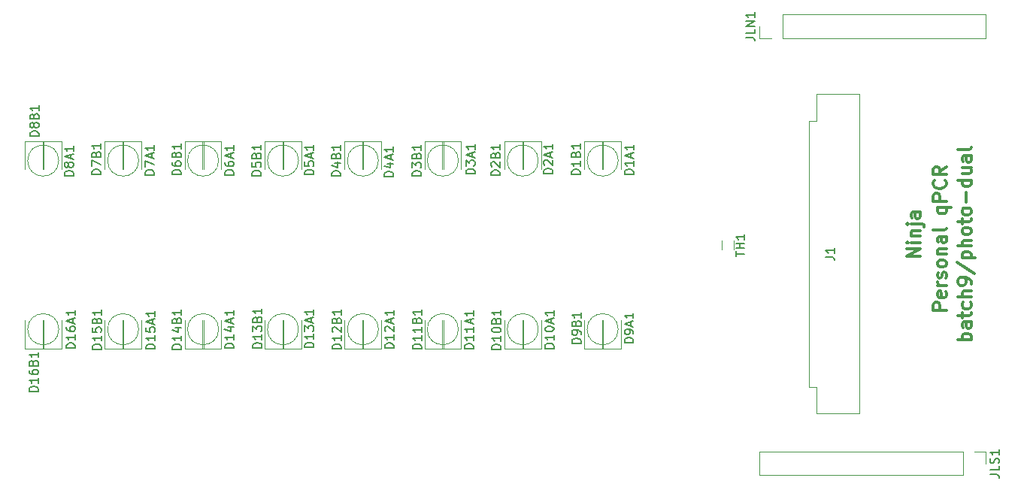
<source format=gto>
G04 #@! TF.GenerationSoftware,KiCad,Pcbnew,(5.1.6-0-10_14)*
G04 #@! TF.CreationDate,2021-08-31T11:53:33+09:00*
G04 #@! TF.ProjectId,photo-dual,70686f74-6f2d-4647-9561-6c2e6b696361,rev?*
G04 #@! TF.SameCoordinates,Original*
G04 #@! TF.FileFunction,Legend,Top*
G04 #@! TF.FilePolarity,Positive*
%FSLAX46Y46*%
G04 Gerber Fmt 4.6, Leading zero omitted, Abs format (unit mm)*
G04 Created by KiCad (PCBNEW (5.1.6-0-10_14)) date 2021-08-31 11:53:33*
%MOMM*%
%LPD*%
G01*
G04 APERTURE LIST*
%ADD10C,0.300000*%
%ADD11C,0.100000*%
%ADD12C,0.120000*%
%ADD13C,0.150000*%
G04 APERTURE END LIST*
D10*
X203408571Y-110690000D02*
X201908571Y-110690000D01*
X202480000Y-110690000D02*
X202408571Y-110547142D01*
X202408571Y-110261428D01*
X202480000Y-110118571D01*
X202551428Y-110047142D01*
X202694285Y-109975714D01*
X203122857Y-109975714D01*
X203265714Y-110047142D01*
X203337142Y-110118571D01*
X203408571Y-110261428D01*
X203408571Y-110547142D01*
X203337142Y-110690000D01*
X203408571Y-108690000D02*
X202622857Y-108690000D01*
X202480000Y-108761428D01*
X202408571Y-108904285D01*
X202408571Y-109190000D01*
X202480000Y-109332857D01*
X203337142Y-108690000D02*
X203408571Y-108832857D01*
X203408571Y-109190000D01*
X203337142Y-109332857D01*
X203194285Y-109404285D01*
X203051428Y-109404285D01*
X202908571Y-109332857D01*
X202837142Y-109190000D01*
X202837142Y-108832857D01*
X202765714Y-108690000D01*
X202408571Y-108190000D02*
X202408571Y-107618571D01*
X201908571Y-107975714D02*
X203194285Y-107975714D01*
X203337142Y-107904285D01*
X203408571Y-107761428D01*
X203408571Y-107618571D01*
X203337142Y-106475714D02*
X203408571Y-106618571D01*
X203408571Y-106904285D01*
X203337142Y-107047142D01*
X203265714Y-107118571D01*
X203122857Y-107190000D01*
X202694285Y-107190000D01*
X202551428Y-107118571D01*
X202480000Y-107047142D01*
X202408571Y-106904285D01*
X202408571Y-106618571D01*
X202480000Y-106475714D01*
X203408571Y-105832857D02*
X201908571Y-105832857D01*
X203408571Y-105190000D02*
X202622857Y-105190000D01*
X202480000Y-105261428D01*
X202408571Y-105404285D01*
X202408571Y-105618571D01*
X202480000Y-105761428D01*
X202551428Y-105832857D01*
X203408571Y-104404285D02*
X203408571Y-104118571D01*
X203337142Y-103975714D01*
X203265714Y-103904285D01*
X203051428Y-103761428D01*
X202765714Y-103690000D01*
X202194285Y-103690000D01*
X202051428Y-103761428D01*
X201980000Y-103832857D01*
X201908571Y-103975714D01*
X201908571Y-104261428D01*
X201980000Y-104404285D01*
X202051428Y-104475714D01*
X202194285Y-104547142D01*
X202551428Y-104547142D01*
X202694285Y-104475714D01*
X202765714Y-104404285D01*
X202837142Y-104261428D01*
X202837142Y-103975714D01*
X202765714Y-103832857D01*
X202694285Y-103761428D01*
X202551428Y-103690000D01*
X201837142Y-101975714D02*
X203765714Y-103261428D01*
X202408571Y-101475714D02*
X203908571Y-101475714D01*
X202480000Y-101475714D02*
X202408571Y-101332857D01*
X202408571Y-101047142D01*
X202480000Y-100904285D01*
X202551428Y-100832857D01*
X202694285Y-100761428D01*
X203122857Y-100761428D01*
X203265714Y-100832857D01*
X203337142Y-100904285D01*
X203408571Y-101047142D01*
X203408571Y-101332857D01*
X203337142Y-101475714D01*
X203408571Y-100118571D02*
X201908571Y-100118571D01*
X203408571Y-99475714D02*
X202622857Y-99475714D01*
X202480000Y-99547142D01*
X202408571Y-99690000D01*
X202408571Y-99904285D01*
X202480000Y-100047142D01*
X202551428Y-100118571D01*
X203408571Y-98547142D02*
X203337142Y-98690000D01*
X203265714Y-98761428D01*
X203122857Y-98832857D01*
X202694285Y-98832857D01*
X202551428Y-98761428D01*
X202480000Y-98690000D01*
X202408571Y-98547142D01*
X202408571Y-98332857D01*
X202480000Y-98190000D01*
X202551428Y-98118571D01*
X202694285Y-98047142D01*
X203122857Y-98047142D01*
X203265714Y-98118571D01*
X203337142Y-98190000D01*
X203408571Y-98332857D01*
X203408571Y-98547142D01*
X202408571Y-97618571D02*
X202408571Y-97047142D01*
X201908571Y-97404285D02*
X203194285Y-97404285D01*
X203337142Y-97332857D01*
X203408571Y-97190000D01*
X203408571Y-97047142D01*
X203408571Y-96332857D02*
X203337142Y-96475714D01*
X203265714Y-96547142D01*
X203122857Y-96618571D01*
X202694285Y-96618571D01*
X202551428Y-96547142D01*
X202480000Y-96475714D01*
X202408571Y-96332857D01*
X202408571Y-96118571D01*
X202480000Y-95975714D01*
X202551428Y-95904285D01*
X202694285Y-95832857D01*
X203122857Y-95832857D01*
X203265714Y-95904285D01*
X203337142Y-95975714D01*
X203408571Y-96118571D01*
X203408571Y-96332857D01*
X202837142Y-95190000D02*
X202837142Y-94047142D01*
X203408571Y-92690000D02*
X201908571Y-92690000D01*
X203337142Y-92690000D02*
X203408571Y-92832857D01*
X203408571Y-93118571D01*
X203337142Y-93261428D01*
X203265714Y-93332857D01*
X203122857Y-93404285D01*
X202694285Y-93404285D01*
X202551428Y-93332857D01*
X202480000Y-93261428D01*
X202408571Y-93118571D01*
X202408571Y-92832857D01*
X202480000Y-92690000D01*
X202408571Y-91332857D02*
X203408571Y-91332857D01*
X202408571Y-91975714D02*
X203194285Y-91975714D01*
X203337142Y-91904285D01*
X203408571Y-91761428D01*
X203408571Y-91547142D01*
X203337142Y-91404285D01*
X203265714Y-91332857D01*
X203408571Y-89975714D02*
X202622857Y-89975714D01*
X202480000Y-90047142D01*
X202408571Y-90190000D01*
X202408571Y-90475714D01*
X202480000Y-90618571D01*
X203337142Y-89975714D02*
X203408571Y-90118571D01*
X203408571Y-90475714D01*
X203337142Y-90618571D01*
X203194285Y-90690000D01*
X203051428Y-90690000D01*
X202908571Y-90618571D01*
X202837142Y-90475714D01*
X202837142Y-90118571D01*
X202765714Y-89975714D01*
X203408571Y-89047142D02*
X203337142Y-89190000D01*
X203194285Y-89261428D01*
X201908571Y-89261428D01*
X200618571Y-107345714D02*
X199118571Y-107345714D01*
X199118571Y-106774285D01*
X199190000Y-106631428D01*
X199261428Y-106560000D01*
X199404285Y-106488571D01*
X199618571Y-106488571D01*
X199761428Y-106560000D01*
X199832857Y-106631428D01*
X199904285Y-106774285D01*
X199904285Y-107345714D01*
X200547142Y-105274285D02*
X200618571Y-105417142D01*
X200618571Y-105702857D01*
X200547142Y-105845714D01*
X200404285Y-105917142D01*
X199832857Y-105917142D01*
X199690000Y-105845714D01*
X199618571Y-105702857D01*
X199618571Y-105417142D01*
X199690000Y-105274285D01*
X199832857Y-105202857D01*
X199975714Y-105202857D01*
X200118571Y-105917142D01*
X200618571Y-104560000D02*
X199618571Y-104560000D01*
X199904285Y-104560000D02*
X199761428Y-104488571D01*
X199690000Y-104417142D01*
X199618571Y-104274285D01*
X199618571Y-104131428D01*
X200547142Y-103702857D02*
X200618571Y-103560000D01*
X200618571Y-103274285D01*
X200547142Y-103131428D01*
X200404285Y-103060000D01*
X200332857Y-103060000D01*
X200190000Y-103131428D01*
X200118571Y-103274285D01*
X200118571Y-103488571D01*
X200047142Y-103631428D01*
X199904285Y-103702857D01*
X199832857Y-103702857D01*
X199690000Y-103631428D01*
X199618571Y-103488571D01*
X199618571Y-103274285D01*
X199690000Y-103131428D01*
X200618571Y-102202857D02*
X200547142Y-102345714D01*
X200475714Y-102417142D01*
X200332857Y-102488571D01*
X199904285Y-102488571D01*
X199761428Y-102417142D01*
X199690000Y-102345714D01*
X199618571Y-102202857D01*
X199618571Y-101988571D01*
X199690000Y-101845714D01*
X199761428Y-101774285D01*
X199904285Y-101702857D01*
X200332857Y-101702857D01*
X200475714Y-101774285D01*
X200547142Y-101845714D01*
X200618571Y-101988571D01*
X200618571Y-102202857D01*
X199618571Y-101060000D02*
X200618571Y-101060000D01*
X199761428Y-101060000D02*
X199690000Y-100988571D01*
X199618571Y-100845714D01*
X199618571Y-100631428D01*
X199690000Y-100488571D01*
X199832857Y-100417142D01*
X200618571Y-100417142D01*
X200618571Y-99060000D02*
X199832857Y-99060000D01*
X199690000Y-99131428D01*
X199618571Y-99274285D01*
X199618571Y-99560000D01*
X199690000Y-99702857D01*
X200547142Y-99060000D02*
X200618571Y-99202857D01*
X200618571Y-99560000D01*
X200547142Y-99702857D01*
X200404285Y-99774285D01*
X200261428Y-99774285D01*
X200118571Y-99702857D01*
X200047142Y-99560000D01*
X200047142Y-99202857D01*
X199975714Y-99060000D01*
X200618571Y-98131428D02*
X200547142Y-98274285D01*
X200404285Y-98345714D01*
X199118571Y-98345714D01*
X199618571Y-95774285D02*
X201118571Y-95774285D01*
X200547142Y-95774285D02*
X200618571Y-95917142D01*
X200618571Y-96202857D01*
X200547142Y-96345714D01*
X200475714Y-96417142D01*
X200332857Y-96488571D01*
X199904285Y-96488571D01*
X199761428Y-96417142D01*
X199690000Y-96345714D01*
X199618571Y-96202857D01*
X199618571Y-95917142D01*
X199690000Y-95774285D01*
X200618571Y-95060000D02*
X199118571Y-95060000D01*
X199118571Y-94488571D01*
X199190000Y-94345714D01*
X199261428Y-94274285D01*
X199404285Y-94202857D01*
X199618571Y-94202857D01*
X199761428Y-94274285D01*
X199832857Y-94345714D01*
X199904285Y-94488571D01*
X199904285Y-95060000D01*
X200475714Y-92702857D02*
X200547142Y-92774285D01*
X200618571Y-92988571D01*
X200618571Y-93131428D01*
X200547142Y-93345714D01*
X200404285Y-93488571D01*
X200261428Y-93560000D01*
X199975714Y-93631428D01*
X199761428Y-93631428D01*
X199475714Y-93560000D01*
X199332857Y-93488571D01*
X199190000Y-93345714D01*
X199118571Y-93131428D01*
X199118571Y-92988571D01*
X199190000Y-92774285D01*
X199261428Y-92702857D01*
X200618571Y-91202857D02*
X199904285Y-91702857D01*
X200618571Y-92060000D02*
X199118571Y-92060000D01*
X199118571Y-91488571D01*
X199190000Y-91345714D01*
X199261428Y-91274285D01*
X199404285Y-91202857D01*
X199618571Y-91202857D01*
X199761428Y-91274285D01*
X199832857Y-91345714D01*
X199904285Y-91488571D01*
X199904285Y-92060000D01*
X197648571Y-101300000D02*
X196148571Y-101300000D01*
X197648571Y-100442857D01*
X196148571Y-100442857D01*
X197648571Y-99728571D02*
X196648571Y-99728571D01*
X196148571Y-99728571D02*
X196220000Y-99800000D01*
X196291428Y-99728571D01*
X196220000Y-99657142D01*
X196148571Y-99728571D01*
X196291428Y-99728571D01*
X196648571Y-99014285D02*
X197648571Y-99014285D01*
X196791428Y-99014285D02*
X196720000Y-98942857D01*
X196648571Y-98800000D01*
X196648571Y-98585714D01*
X196720000Y-98442857D01*
X196862857Y-98371428D01*
X197648571Y-98371428D01*
X196648571Y-97657142D02*
X197934285Y-97657142D01*
X198077142Y-97728571D01*
X198148571Y-97871428D01*
X198148571Y-97942857D01*
X196148571Y-97657142D02*
X196220000Y-97728571D01*
X196291428Y-97657142D01*
X196220000Y-97585714D01*
X196148571Y-97657142D01*
X196291428Y-97657142D01*
X197648571Y-96300000D02*
X196862857Y-96300000D01*
X196720000Y-96371428D01*
X196648571Y-96514285D01*
X196648571Y-96800000D01*
X196720000Y-96942857D01*
X197577142Y-96300000D02*
X197648571Y-96442857D01*
X197648571Y-96800000D01*
X197577142Y-96942857D01*
X197434285Y-97014285D01*
X197291428Y-97014285D01*
X197148571Y-96942857D01*
X197077142Y-96800000D01*
X197077142Y-96442857D01*
X197005714Y-96300000D01*
D11*
X100671211Y-90502066D02*
G75*
G03*
X100671211Y-90502066I-1750000J0D01*
G01*
X109671211Y-90502066D02*
G75*
G03*
X109671211Y-90502066I-1750000J0D01*
G01*
X118671211Y-90502066D02*
G75*
G03*
X118671211Y-90502066I-1750000J0D01*
G01*
X127671211Y-90502066D02*
G75*
G03*
X127671211Y-90502066I-1750000J0D01*
G01*
X136671211Y-90502066D02*
G75*
G03*
X136671211Y-90502066I-1750000J0D01*
G01*
X145671211Y-90502066D02*
G75*
G03*
X145671211Y-90502066I-1750000J0D01*
G01*
X154671211Y-90502066D02*
G75*
G03*
X154671211Y-90502066I-1750000J0D01*
G01*
X163671211Y-90502066D02*
G75*
G03*
X163671211Y-90502066I-1750000J0D01*
G01*
X163671211Y-109501633D02*
G75*
G03*
X163671211Y-109501633I-1750000J0D01*
G01*
X154671211Y-109501633D02*
G75*
G03*
X154671211Y-109501633I-1750000J0D01*
G01*
X145671211Y-109501633D02*
G75*
G03*
X145671211Y-109501633I-1750000J0D01*
G01*
X136671211Y-109501633D02*
G75*
G03*
X136671211Y-109501633I-1750000J0D01*
G01*
X127671211Y-109501633D02*
G75*
G03*
X127671211Y-109501633I-1750000J0D01*
G01*
X118671211Y-109501633D02*
G75*
G03*
X118671211Y-109501633I-1750000J0D01*
G01*
X100671211Y-109501633D02*
G75*
G03*
X100671211Y-109501633I-1750000J0D01*
G01*
X109671211Y-109501633D02*
G75*
G03*
X109671211Y-109501633I-1750000J0D01*
G01*
D12*
X161861211Y-88302066D02*
X161861211Y-91502066D01*
X163981211Y-91502066D02*
X163981211Y-88302066D01*
X163981211Y-88302066D02*
X161861211Y-88302066D01*
X109981211Y-111701633D02*
X109981211Y-108501633D01*
X107861211Y-108501633D02*
X107861211Y-111701633D01*
X107861211Y-111701633D02*
X109981211Y-111701633D01*
X161861211Y-111701633D02*
X163981211Y-111701633D01*
X161861211Y-108501633D02*
X161861211Y-111701633D01*
X163981211Y-111701633D02*
X163981211Y-108501633D01*
X161981211Y-111701633D02*
X161981211Y-108501633D01*
X159861211Y-108501633D02*
X159861211Y-111701633D01*
X159861211Y-111701633D02*
X161981211Y-111701633D01*
X152861211Y-111701633D02*
X154981211Y-111701633D01*
X152861211Y-108501633D02*
X152861211Y-111701633D01*
X154981211Y-111701633D02*
X154981211Y-108501633D01*
X152981211Y-111701633D02*
X152981211Y-108501633D01*
X150861211Y-108501633D02*
X150861211Y-111701633D01*
X150861211Y-111701633D02*
X152981211Y-111701633D01*
X143861211Y-111701633D02*
X145981211Y-111701633D01*
X143861211Y-108501633D02*
X143861211Y-111701633D01*
X145981211Y-111701633D02*
X145981211Y-108501633D01*
X143981211Y-111701633D02*
X143981211Y-108501633D01*
X141861211Y-108501633D02*
X141861211Y-111701633D01*
X141861211Y-111701633D02*
X143981211Y-111701633D01*
X134861211Y-111701633D02*
X136981211Y-111701633D01*
X134861211Y-108501633D02*
X134861211Y-111701633D01*
X136981211Y-111701633D02*
X136981211Y-108501633D01*
X118981211Y-111701633D02*
X118981211Y-108501633D01*
X116861211Y-108501633D02*
X116861211Y-111701633D01*
X116861211Y-111701633D02*
X118981211Y-111701633D01*
X105861211Y-111701633D02*
X107981211Y-111701633D01*
X105861211Y-108501633D02*
X105861211Y-111701633D01*
X107981211Y-111701633D02*
X107981211Y-108501633D01*
X114861211Y-111701633D02*
X116981211Y-111701633D01*
X114861211Y-108501633D02*
X114861211Y-111701633D01*
X116981211Y-111701633D02*
X116981211Y-108501633D01*
X127981211Y-111701633D02*
X127981211Y-108501633D01*
X125861211Y-108501633D02*
X125861211Y-111701633D01*
X125861211Y-111701633D02*
X127981211Y-111701633D01*
X123861211Y-111701633D02*
X125981211Y-111701633D01*
X123861211Y-108501633D02*
X123861211Y-111701633D01*
X125981211Y-111701633D02*
X125981211Y-108501633D01*
X100981211Y-111701633D02*
X100981211Y-108501633D01*
X98861211Y-108501633D02*
X98861211Y-111701633D01*
X98861211Y-111701633D02*
X100981211Y-111701633D01*
X134981211Y-111701633D02*
X134981211Y-108501633D01*
X132861211Y-108501633D02*
X132861211Y-111701633D01*
X132861211Y-111701633D02*
X134981211Y-111701633D01*
X96861211Y-111701633D02*
X98981211Y-111701633D01*
X96861211Y-108501633D02*
X96861211Y-111701633D01*
X98981211Y-111701633D02*
X98981211Y-108501633D01*
X161981211Y-88302066D02*
X159861211Y-88302066D01*
X161981211Y-91502066D02*
X161981211Y-88302066D01*
X159861211Y-88302066D02*
X159861211Y-91502066D01*
X100981211Y-88302066D02*
X98861211Y-88302066D01*
X100981211Y-91502066D02*
X100981211Y-88302066D01*
X98861211Y-88302066D02*
X98861211Y-91502066D01*
X134861211Y-88302066D02*
X134861211Y-91502066D01*
X136981211Y-91502066D02*
X136981211Y-88302066D01*
X136981211Y-88302066D02*
X134861211Y-88302066D01*
X114861211Y-88302066D02*
X114861211Y-91502066D01*
X116981211Y-91502066D02*
X116981211Y-88302066D01*
X116981211Y-88302066D02*
X114861211Y-88302066D01*
X118981211Y-88302066D02*
X116861211Y-88302066D01*
X118981211Y-91502066D02*
X118981211Y-88302066D01*
X116861211Y-88302066D02*
X116861211Y-91502066D01*
X143981211Y-88302066D02*
X141861211Y-88302066D01*
X143981211Y-91502066D02*
X143981211Y-88302066D01*
X141861211Y-88302066D02*
X141861211Y-91502066D01*
X105861211Y-88302066D02*
X105861211Y-91502066D01*
X107981211Y-91502066D02*
X107981211Y-88302066D01*
X107981211Y-88302066D02*
X105861211Y-88302066D01*
X123861211Y-88302066D02*
X123861211Y-91502066D01*
X125981211Y-91502066D02*
X125981211Y-88302066D01*
X125981211Y-88302066D02*
X123861211Y-88302066D01*
X134981211Y-88302066D02*
X132861211Y-88302066D01*
X134981211Y-91502066D02*
X134981211Y-88302066D01*
X132861211Y-88302066D02*
X132861211Y-91502066D01*
X127981211Y-88302066D02*
X125861211Y-88302066D01*
X127981211Y-91502066D02*
X127981211Y-88302066D01*
X125861211Y-88302066D02*
X125861211Y-91502066D01*
X152861211Y-88302066D02*
X152861211Y-91502066D01*
X154981211Y-91502066D02*
X154981211Y-88302066D01*
X154981211Y-88302066D02*
X152861211Y-88302066D01*
X143861211Y-88302066D02*
X143861211Y-91502066D01*
X145981211Y-91502066D02*
X145981211Y-88302066D01*
X145981211Y-88302066D02*
X143861211Y-88302066D01*
X152981211Y-88302066D02*
X150861211Y-88302066D01*
X152981211Y-91502066D02*
X152981211Y-88302066D01*
X150861211Y-88302066D02*
X150861211Y-91502066D01*
X96861211Y-88302066D02*
X96861211Y-91502066D01*
X98981211Y-91502066D02*
X98981211Y-88302066D01*
X98981211Y-88302066D02*
X96861211Y-88302066D01*
X109981211Y-88302066D02*
X107861211Y-88302066D01*
X109981211Y-91502066D02*
X109981211Y-88302066D01*
X107861211Y-88302066D02*
X107861211Y-91502066D01*
X176680000Y-99500000D02*
X176680000Y-100500000D01*
X175320000Y-100500000D02*
X175320000Y-99500000D01*
X185185000Y-116020000D02*
X185185000Y-86020000D01*
X190835000Y-119020000D02*
X190835000Y-83020000D01*
X190835000Y-119020000D02*
X185985000Y-119020000D01*
X190835000Y-83020000D02*
X185985000Y-83020000D01*
X185985000Y-119020000D02*
X185985000Y-116020000D01*
X185985000Y-83020000D02*
X185985000Y-86020000D01*
X185985000Y-116020000D02*
X185185000Y-116020000D01*
X185985000Y-86020000D02*
X185185000Y-86020000D01*
X205095000Y-76702000D02*
X205095000Y-74042000D01*
X182175000Y-76702000D02*
X205095000Y-76702000D01*
X182175000Y-74042000D02*
X205095000Y-74042000D01*
X182175000Y-76702000D02*
X182175000Y-74042000D01*
X180905000Y-76702000D02*
X179575000Y-76702000D01*
X179575000Y-76702000D02*
X179575000Y-75372000D01*
X205095000Y-123298000D02*
X205095000Y-124628000D01*
X203765000Y-123298000D02*
X205095000Y-123298000D01*
X202495000Y-123298000D02*
X202495000Y-125958000D01*
X202495000Y-125958000D02*
X179575000Y-125958000D01*
X202495000Y-123298000D02*
X179575000Y-123298000D01*
X179575000Y-123298000D02*
X179575000Y-125958000D01*
D13*
X165392380Y-92062857D02*
X164392380Y-92062857D01*
X164392380Y-91824761D01*
X164440000Y-91681904D01*
X164535238Y-91586666D01*
X164630476Y-91539047D01*
X164820952Y-91491428D01*
X164963809Y-91491428D01*
X165154285Y-91539047D01*
X165249523Y-91586666D01*
X165344761Y-91681904D01*
X165392380Y-91824761D01*
X165392380Y-92062857D01*
X165392380Y-90539047D02*
X165392380Y-91110476D01*
X165392380Y-90824761D02*
X164392380Y-90824761D01*
X164535238Y-90920000D01*
X164630476Y-91015238D01*
X164678095Y-91110476D01*
X165106666Y-90158095D02*
X165106666Y-89681904D01*
X165392380Y-90253333D02*
X164392380Y-89920000D01*
X165392380Y-89586666D01*
X165392380Y-88729523D02*
X165392380Y-89300952D01*
X165392380Y-89015238D02*
X164392380Y-89015238D01*
X164535238Y-89110476D01*
X164630476Y-89205714D01*
X164678095Y-89300952D01*
X111502380Y-111729047D02*
X110502380Y-111729047D01*
X110502380Y-111490952D01*
X110550000Y-111348095D01*
X110645238Y-111252857D01*
X110740476Y-111205238D01*
X110930952Y-111157619D01*
X111073809Y-111157619D01*
X111264285Y-111205238D01*
X111359523Y-111252857D01*
X111454761Y-111348095D01*
X111502380Y-111490952D01*
X111502380Y-111729047D01*
X111502380Y-110205238D02*
X111502380Y-110776666D01*
X111502380Y-110490952D02*
X110502380Y-110490952D01*
X110645238Y-110586190D01*
X110740476Y-110681428D01*
X110788095Y-110776666D01*
X110502380Y-109300476D02*
X110502380Y-109776666D01*
X110978571Y-109824285D01*
X110930952Y-109776666D01*
X110883333Y-109681428D01*
X110883333Y-109443333D01*
X110930952Y-109348095D01*
X110978571Y-109300476D01*
X111073809Y-109252857D01*
X111311904Y-109252857D01*
X111407142Y-109300476D01*
X111454761Y-109348095D01*
X111502380Y-109443333D01*
X111502380Y-109681428D01*
X111454761Y-109776666D01*
X111407142Y-109824285D01*
X111216666Y-108871904D02*
X111216666Y-108395714D01*
X111502380Y-108967142D02*
X110502380Y-108633809D01*
X111502380Y-108300476D01*
X111502380Y-107443333D02*
X111502380Y-108014761D01*
X111502380Y-107729047D02*
X110502380Y-107729047D01*
X110645238Y-107824285D01*
X110740476Y-107919523D01*
X110788095Y-108014761D01*
X165382380Y-111022857D02*
X164382380Y-111022857D01*
X164382380Y-110784761D01*
X164430000Y-110641904D01*
X164525238Y-110546666D01*
X164620476Y-110499047D01*
X164810952Y-110451428D01*
X164953809Y-110451428D01*
X165144285Y-110499047D01*
X165239523Y-110546666D01*
X165334761Y-110641904D01*
X165382380Y-110784761D01*
X165382380Y-111022857D01*
X165382380Y-109975238D02*
X165382380Y-109784761D01*
X165334761Y-109689523D01*
X165287142Y-109641904D01*
X165144285Y-109546666D01*
X164953809Y-109499047D01*
X164572857Y-109499047D01*
X164477619Y-109546666D01*
X164430000Y-109594285D01*
X164382380Y-109689523D01*
X164382380Y-109880000D01*
X164430000Y-109975238D01*
X164477619Y-110022857D01*
X164572857Y-110070476D01*
X164810952Y-110070476D01*
X164906190Y-110022857D01*
X164953809Y-109975238D01*
X165001428Y-109880000D01*
X165001428Y-109689523D01*
X164953809Y-109594285D01*
X164906190Y-109546666D01*
X164810952Y-109499047D01*
X165096666Y-109118095D02*
X165096666Y-108641904D01*
X165382380Y-109213333D02*
X164382380Y-108880000D01*
X165382380Y-108546666D01*
X165382380Y-107689523D02*
X165382380Y-108260952D01*
X165382380Y-107975238D02*
X164382380Y-107975238D01*
X164525238Y-108070476D01*
X164620476Y-108165714D01*
X164668095Y-108260952D01*
X159462380Y-111094285D02*
X158462380Y-111094285D01*
X158462380Y-110856190D01*
X158510000Y-110713333D01*
X158605238Y-110618095D01*
X158700476Y-110570476D01*
X158890952Y-110522857D01*
X159033809Y-110522857D01*
X159224285Y-110570476D01*
X159319523Y-110618095D01*
X159414761Y-110713333D01*
X159462380Y-110856190D01*
X159462380Y-111094285D01*
X159462380Y-110046666D02*
X159462380Y-109856190D01*
X159414761Y-109760952D01*
X159367142Y-109713333D01*
X159224285Y-109618095D01*
X159033809Y-109570476D01*
X158652857Y-109570476D01*
X158557619Y-109618095D01*
X158510000Y-109665714D01*
X158462380Y-109760952D01*
X158462380Y-109951428D01*
X158510000Y-110046666D01*
X158557619Y-110094285D01*
X158652857Y-110141904D01*
X158890952Y-110141904D01*
X158986190Y-110094285D01*
X159033809Y-110046666D01*
X159081428Y-109951428D01*
X159081428Y-109760952D01*
X159033809Y-109665714D01*
X158986190Y-109618095D01*
X158890952Y-109570476D01*
X158938571Y-108808571D02*
X158986190Y-108665714D01*
X159033809Y-108618095D01*
X159129047Y-108570476D01*
X159271904Y-108570476D01*
X159367142Y-108618095D01*
X159414761Y-108665714D01*
X159462380Y-108760952D01*
X159462380Y-109141904D01*
X158462380Y-109141904D01*
X158462380Y-108808571D01*
X158510000Y-108713333D01*
X158557619Y-108665714D01*
X158652857Y-108618095D01*
X158748095Y-108618095D01*
X158843333Y-108665714D01*
X158890952Y-108713333D01*
X158938571Y-108808571D01*
X158938571Y-109141904D01*
X159462380Y-107618095D02*
X159462380Y-108189523D01*
X159462380Y-107903809D02*
X158462380Y-107903809D01*
X158605238Y-107999047D01*
X158700476Y-108094285D01*
X158748095Y-108189523D01*
X156422380Y-111669047D02*
X155422380Y-111669047D01*
X155422380Y-111430952D01*
X155470000Y-111288095D01*
X155565238Y-111192857D01*
X155660476Y-111145238D01*
X155850952Y-111097619D01*
X155993809Y-111097619D01*
X156184285Y-111145238D01*
X156279523Y-111192857D01*
X156374761Y-111288095D01*
X156422380Y-111430952D01*
X156422380Y-111669047D01*
X156422380Y-110145238D02*
X156422380Y-110716666D01*
X156422380Y-110430952D02*
X155422380Y-110430952D01*
X155565238Y-110526190D01*
X155660476Y-110621428D01*
X155708095Y-110716666D01*
X155422380Y-109526190D02*
X155422380Y-109430952D01*
X155470000Y-109335714D01*
X155517619Y-109288095D01*
X155612857Y-109240476D01*
X155803333Y-109192857D01*
X156041428Y-109192857D01*
X156231904Y-109240476D01*
X156327142Y-109288095D01*
X156374761Y-109335714D01*
X156422380Y-109430952D01*
X156422380Y-109526190D01*
X156374761Y-109621428D01*
X156327142Y-109669047D01*
X156231904Y-109716666D01*
X156041428Y-109764285D01*
X155803333Y-109764285D01*
X155612857Y-109716666D01*
X155517619Y-109669047D01*
X155470000Y-109621428D01*
X155422380Y-109526190D01*
X156136666Y-108811904D02*
X156136666Y-108335714D01*
X156422380Y-108907142D02*
X155422380Y-108573809D01*
X156422380Y-108240476D01*
X156422380Y-107383333D02*
X156422380Y-107954761D01*
X156422380Y-107669047D02*
X155422380Y-107669047D01*
X155565238Y-107764285D01*
X155660476Y-107859523D01*
X155708095Y-107954761D01*
X150452380Y-111770476D02*
X149452380Y-111770476D01*
X149452380Y-111532380D01*
X149500000Y-111389523D01*
X149595238Y-111294285D01*
X149690476Y-111246666D01*
X149880952Y-111199047D01*
X150023809Y-111199047D01*
X150214285Y-111246666D01*
X150309523Y-111294285D01*
X150404761Y-111389523D01*
X150452380Y-111532380D01*
X150452380Y-111770476D01*
X150452380Y-110246666D02*
X150452380Y-110818095D01*
X150452380Y-110532380D02*
X149452380Y-110532380D01*
X149595238Y-110627619D01*
X149690476Y-110722857D01*
X149738095Y-110818095D01*
X149452380Y-109627619D02*
X149452380Y-109532380D01*
X149500000Y-109437142D01*
X149547619Y-109389523D01*
X149642857Y-109341904D01*
X149833333Y-109294285D01*
X150071428Y-109294285D01*
X150261904Y-109341904D01*
X150357142Y-109389523D01*
X150404761Y-109437142D01*
X150452380Y-109532380D01*
X150452380Y-109627619D01*
X150404761Y-109722857D01*
X150357142Y-109770476D01*
X150261904Y-109818095D01*
X150071428Y-109865714D01*
X149833333Y-109865714D01*
X149642857Y-109818095D01*
X149547619Y-109770476D01*
X149500000Y-109722857D01*
X149452380Y-109627619D01*
X149928571Y-108532380D02*
X149976190Y-108389523D01*
X150023809Y-108341904D01*
X150119047Y-108294285D01*
X150261904Y-108294285D01*
X150357142Y-108341904D01*
X150404761Y-108389523D01*
X150452380Y-108484761D01*
X150452380Y-108865714D01*
X149452380Y-108865714D01*
X149452380Y-108532380D01*
X149500000Y-108437142D01*
X149547619Y-108389523D01*
X149642857Y-108341904D01*
X149738095Y-108341904D01*
X149833333Y-108389523D01*
X149880952Y-108437142D01*
X149928571Y-108532380D01*
X149928571Y-108865714D01*
X150452380Y-107341904D02*
X150452380Y-107913333D01*
X150452380Y-107627619D02*
X149452380Y-107627619D01*
X149595238Y-107722857D01*
X149690476Y-107818095D01*
X149738095Y-107913333D01*
X147372380Y-111699047D02*
X146372380Y-111699047D01*
X146372380Y-111460952D01*
X146420000Y-111318095D01*
X146515238Y-111222857D01*
X146610476Y-111175238D01*
X146800952Y-111127619D01*
X146943809Y-111127619D01*
X147134285Y-111175238D01*
X147229523Y-111222857D01*
X147324761Y-111318095D01*
X147372380Y-111460952D01*
X147372380Y-111699047D01*
X147372380Y-110175238D02*
X147372380Y-110746666D01*
X147372380Y-110460952D02*
X146372380Y-110460952D01*
X146515238Y-110556190D01*
X146610476Y-110651428D01*
X146658095Y-110746666D01*
X147372380Y-109222857D02*
X147372380Y-109794285D01*
X147372380Y-109508571D02*
X146372380Y-109508571D01*
X146515238Y-109603809D01*
X146610476Y-109699047D01*
X146658095Y-109794285D01*
X147086666Y-108841904D02*
X147086666Y-108365714D01*
X147372380Y-108937142D02*
X146372380Y-108603809D01*
X147372380Y-108270476D01*
X147372380Y-107413333D02*
X147372380Y-107984761D01*
X147372380Y-107699047D02*
X146372380Y-107699047D01*
X146515238Y-107794285D01*
X146610476Y-107889523D01*
X146658095Y-107984761D01*
X141512380Y-111730476D02*
X140512380Y-111730476D01*
X140512380Y-111492380D01*
X140560000Y-111349523D01*
X140655238Y-111254285D01*
X140750476Y-111206666D01*
X140940952Y-111159047D01*
X141083809Y-111159047D01*
X141274285Y-111206666D01*
X141369523Y-111254285D01*
X141464761Y-111349523D01*
X141512380Y-111492380D01*
X141512380Y-111730476D01*
X141512380Y-110206666D02*
X141512380Y-110778095D01*
X141512380Y-110492380D02*
X140512380Y-110492380D01*
X140655238Y-110587619D01*
X140750476Y-110682857D01*
X140798095Y-110778095D01*
X141512380Y-109254285D02*
X141512380Y-109825714D01*
X141512380Y-109540000D02*
X140512380Y-109540000D01*
X140655238Y-109635238D01*
X140750476Y-109730476D01*
X140798095Y-109825714D01*
X140988571Y-108492380D02*
X141036190Y-108349523D01*
X141083809Y-108301904D01*
X141179047Y-108254285D01*
X141321904Y-108254285D01*
X141417142Y-108301904D01*
X141464761Y-108349523D01*
X141512380Y-108444761D01*
X141512380Y-108825714D01*
X140512380Y-108825714D01*
X140512380Y-108492380D01*
X140560000Y-108397142D01*
X140607619Y-108349523D01*
X140702857Y-108301904D01*
X140798095Y-108301904D01*
X140893333Y-108349523D01*
X140940952Y-108397142D01*
X140988571Y-108492380D01*
X140988571Y-108825714D01*
X141512380Y-107301904D02*
X141512380Y-107873333D01*
X141512380Y-107587619D02*
X140512380Y-107587619D01*
X140655238Y-107682857D01*
X140750476Y-107778095D01*
X140798095Y-107873333D01*
X138382380Y-111629047D02*
X137382380Y-111629047D01*
X137382380Y-111390952D01*
X137430000Y-111248095D01*
X137525238Y-111152857D01*
X137620476Y-111105238D01*
X137810952Y-111057619D01*
X137953809Y-111057619D01*
X138144285Y-111105238D01*
X138239523Y-111152857D01*
X138334761Y-111248095D01*
X138382380Y-111390952D01*
X138382380Y-111629047D01*
X138382380Y-110105238D02*
X138382380Y-110676666D01*
X138382380Y-110390952D02*
X137382380Y-110390952D01*
X137525238Y-110486190D01*
X137620476Y-110581428D01*
X137668095Y-110676666D01*
X137477619Y-109724285D02*
X137430000Y-109676666D01*
X137382380Y-109581428D01*
X137382380Y-109343333D01*
X137430000Y-109248095D01*
X137477619Y-109200476D01*
X137572857Y-109152857D01*
X137668095Y-109152857D01*
X137810952Y-109200476D01*
X138382380Y-109771904D01*
X138382380Y-109152857D01*
X138096666Y-108771904D02*
X138096666Y-108295714D01*
X138382380Y-108867142D02*
X137382380Y-108533809D01*
X138382380Y-108200476D01*
X138382380Y-107343333D02*
X138382380Y-107914761D01*
X138382380Y-107629047D02*
X137382380Y-107629047D01*
X137525238Y-107724285D01*
X137620476Y-107819523D01*
X137668095Y-107914761D01*
X120372380Y-111639047D02*
X119372380Y-111639047D01*
X119372380Y-111400952D01*
X119420000Y-111258095D01*
X119515238Y-111162857D01*
X119610476Y-111115238D01*
X119800952Y-111067619D01*
X119943809Y-111067619D01*
X120134285Y-111115238D01*
X120229523Y-111162857D01*
X120324761Y-111258095D01*
X120372380Y-111400952D01*
X120372380Y-111639047D01*
X120372380Y-110115238D02*
X120372380Y-110686666D01*
X120372380Y-110400952D02*
X119372380Y-110400952D01*
X119515238Y-110496190D01*
X119610476Y-110591428D01*
X119658095Y-110686666D01*
X119705714Y-109258095D02*
X120372380Y-109258095D01*
X119324761Y-109496190D02*
X120039047Y-109734285D01*
X120039047Y-109115238D01*
X120086666Y-108781904D02*
X120086666Y-108305714D01*
X120372380Y-108877142D02*
X119372380Y-108543809D01*
X120372380Y-108210476D01*
X120372380Y-107353333D02*
X120372380Y-107924761D01*
X120372380Y-107639047D02*
X119372380Y-107639047D01*
X119515238Y-107734285D01*
X119610476Y-107829523D01*
X119658095Y-107924761D01*
X105462380Y-111750476D02*
X104462380Y-111750476D01*
X104462380Y-111512380D01*
X104510000Y-111369523D01*
X104605238Y-111274285D01*
X104700476Y-111226666D01*
X104890952Y-111179047D01*
X105033809Y-111179047D01*
X105224285Y-111226666D01*
X105319523Y-111274285D01*
X105414761Y-111369523D01*
X105462380Y-111512380D01*
X105462380Y-111750476D01*
X105462380Y-110226666D02*
X105462380Y-110798095D01*
X105462380Y-110512380D02*
X104462380Y-110512380D01*
X104605238Y-110607619D01*
X104700476Y-110702857D01*
X104748095Y-110798095D01*
X104462380Y-109321904D02*
X104462380Y-109798095D01*
X104938571Y-109845714D01*
X104890952Y-109798095D01*
X104843333Y-109702857D01*
X104843333Y-109464761D01*
X104890952Y-109369523D01*
X104938571Y-109321904D01*
X105033809Y-109274285D01*
X105271904Y-109274285D01*
X105367142Y-109321904D01*
X105414761Y-109369523D01*
X105462380Y-109464761D01*
X105462380Y-109702857D01*
X105414761Y-109798095D01*
X105367142Y-109845714D01*
X104938571Y-108512380D02*
X104986190Y-108369523D01*
X105033809Y-108321904D01*
X105129047Y-108274285D01*
X105271904Y-108274285D01*
X105367142Y-108321904D01*
X105414761Y-108369523D01*
X105462380Y-108464761D01*
X105462380Y-108845714D01*
X104462380Y-108845714D01*
X104462380Y-108512380D01*
X104510000Y-108417142D01*
X104557619Y-108369523D01*
X104652857Y-108321904D01*
X104748095Y-108321904D01*
X104843333Y-108369523D01*
X104890952Y-108417142D01*
X104938571Y-108512380D01*
X104938571Y-108845714D01*
X105462380Y-107321904D02*
X105462380Y-107893333D01*
X105462380Y-107607619D02*
X104462380Y-107607619D01*
X104605238Y-107702857D01*
X104700476Y-107798095D01*
X104748095Y-107893333D01*
X114472380Y-111740476D02*
X113472380Y-111740476D01*
X113472380Y-111502380D01*
X113520000Y-111359523D01*
X113615238Y-111264285D01*
X113710476Y-111216666D01*
X113900952Y-111169047D01*
X114043809Y-111169047D01*
X114234285Y-111216666D01*
X114329523Y-111264285D01*
X114424761Y-111359523D01*
X114472380Y-111502380D01*
X114472380Y-111740476D01*
X114472380Y-110216666D02*
X114472380Y-110788095D01*
X114472380Y-110502380D02*
X113472380Y-110502380D01*
X113615238Y-110597619D01*
X113710476Y-110692857D01*
X113758095Y-110788095D01*
X113805714Y-109359523D02*
X114472380Y-109359523D01*
X113424761Y-109597619D02*
X114139047Y-109835714D01*
X114139047Y-109216666D01*
X113948571Y-108502380D02*
X113996190Y-108359523D01*
X114043809Y-108311904D01*
X114139047Y-108264285D01*
X114281904Y-108264285D01*
X114377142Y-108311904D01*
X114424761Y-108359523D01*
X114472380Y-108454761D01*
X114472380Y-108835714D01*
X113472380Y-108835714D01*
X113472380Y-108502380D01*
X113520000Y-108407142D01*
X113567619Y-108359523D01*
X113662857Y-108311904D01*
X113758095Y-108311904D01*
X113853333Y-108359523D01*
X113900952Y-108407142D01*
X113948571Y-108502380D01*
X113948571Y-108835714D01*
X114472380Y-107311904D02*
X114472380Y-107883333D01*
X114472380Y-107597619D02*
X113472380Y-107597619D01*
X113615238Y-107692857D01*
X113710476Y-107788095D01*
X113758095Y-107883333D01*
X129382380Y-111569047D02*
X128382380Y-111569047D01*
X128382380Y-111330952D01*
X128430000Y-111188095D01*
X128525238Y-111092857D01*
X128620476Y-111045238D01*
X128810952Y-110997619D01*
X128953809Y-110997619D01*
X129144285Y-111045238D01*
X129239523Y-111092857D01*
X129334761Y-111188095D01*
X129382380Y-111330952D01*
X129382380Y-111569047D01*
X129382380Y-110045238D02*
X129382380Y-110616666D01*
X129382380Y-110330952D02*
X128382380Y-110330952D01*
X128525238Y-110426190D01*
X128620476Y-110521428D01*
X128668095Y-110616666D01*
X128382380Y-109711904D02*
X128382380Y-109092857D01*
X128763333Y-109426190D01*
X128763333Y-109283333D01*
X128810952Y-109188095D01*
X128858571Y-109140476D01*
X128953809Y-109092857D01*
X129191904Y-109092857D01*
X129287142Y-109140476D01*
X129334761Y-109188095D01*
X129382380Y-109283333D01*
X129382380Y-109569047D01*
X129334761Y-109664285D01*
X129287142Y-109711904D01*
X129096666Y-108711904D02*
X129096666Y-108235714D01*
X129382380Y-108807142D02*
X128382380Y-108473809D01*
X129382380Y-108140476D01*
X129382380Y-107283333D02*
X129382380Y-107854761D01*
X129382380Y-107569047D02*
X128382380Y-107569047D01*
X128525238Y-107664285D01*
X128620476Y-107759523D01*
X128668095Y-107854761D01*
X123542380Y-111610476D02*
X122542380Y-111610476D01*
X122542380Y-111372380D01*
X122590000Y-111229523D01*
X122685238Y-111134285D01*
X122780476Y-111086666D01*
X122970952Y-111039047D01*
X123113809Y-111039047D01*
X123304285Y-111086666D01*
X123399523Y-111134285D01*
X123494761Y-111229523D01*
X123542380Y-111372380D01*
X123542380Y-111610476D01*
X123542380Y-110086666D02*
X123542380Y-110658095D01*
X123542380Y-110372380D02*
X122542380Y-110372380D01*
X122685238Y-110467619D01*
X122780476Y-110562857D01*
X122828095Y-110658095D01*
X122542380Y-109753333D02*
X122542380Y-109134285D01*
X122923333Y-109467619D01*
X122923333Y-109324761D01*
X122970952Y-109229523D01*
X123018571Y-109181904D01*
X123113809Y-109134285D01*
X123351904Y-109134285D01*
X123447142Y-109181904D01*
X123494761Y-109229523D01*
X123542380Y-109324761D01*
X123542380Y-109610476D01*
X123494761Y-109705714D01*
X123447142Y-109753333D01*
X123018571Y-108372380D02*
X123066190Y-108229523D01*
X123113809Y-108181904D01*
X123209047Y-108134285D01*
X123351904Y-108134285D01*
X123447142Y-108181904D01*
X123494761Y-108229523D01*
X123542380Y-108324761D01*
X123542380Y-108705714D01*
X122542380Y-108705714D01*
X122542380Y-108372380D01*
X122590000Y-108277142D01*
X122637619Y-108229523D01*
X122732857Y-108181904D01*
X122828095Y-108181904D01*
X122923333Y-108229523D01*
X122970952Y-108277142D01*
X123018571Y-108372380D01*
X123018571Y-108705714D01*
X123542380Y-107181904D02*
X123542380Y-107753333D01*
X123542380Y-107467619D02*
X122542380Y-107467619D01*
X122685238Y-107562857D01*
X122780476Y-107658095D01*
X122828095Y-107753333D01*
X102512380Y-111629047D02*
X101512380Y-111629047D01*
X101512380Y-111390952D01*
X101560000Y-111248095D01*
X101655238Y-111152857D01*
X101750476Y-111105238D01*
X101940952Y-111057619D01*
X102083809Y-111057619D01*
X102274285Y-111105238D01*
X102369523Y-111152857D01*
X102464761Y-111248095D01*
X102512380Y-111390952D01*
X102512380Y-111629047D01*
X102512380Y-110105238D02*
X102512380Y-110676666D01*
X102512380Y-110390952D02*
X101512380Y-110390952D01*
X101655238Y-110486190D01*
X101750476Y-110581428D01*
X101798095Y-110676666D01*
X101512380Y-109248095D02*
X101512380Y-109438571D01*
X101560000Y-109533809D01*
X101607619Y-109581428D01*
X101750476Y-109676666D01*
X101940952Y-109724285D01*
X102321904Y-109724285D01*
X102417142Y-109676666D01*
X102464761Y-109629047D01*
X102512380Y-109533809D01*
X102512380Y-109343333D01*
X102464761Y-109248095D01*
X102417142Y-109200476D01*
X102321904Y-109152857D01*
X102083809Y-109152857D01*
X101988571Y-109200476D01*
X101940952Y-109248095D01*
X101893333Y-109343333D01*
X101893333Y-109533809D01*
X101940952Y-109629047D01*
X101988571Y-109676666D01*
X102083809Y-109724285D01*
X102226666Y-108771904D02*
X102226666Y-108295714D01*
X102512380Y-108867142D02*
X101512380Y-108533809D01*
X102512380Y-108200476D01*
X102512380Y-107343333D02*
X102512380Y-107914761D01*
X102512380Y-107629047D02*
X101512380Y-107629047D01*
X101655238Y-107724285D01*
X101750476Y-107819523D01*
X101798095Y-107914761D01*
X132472380Y-111730476D02*
X131472380Y-111730476D01*
X131472380Y-111492380D01*
X131520000Y-111349523D01*
X131615238Y-111254285D01*
X131710476Y-111206666D01*
X131900952Y-111159047D01*
X132043809Y-111159047D01*
X132234285Y-111206666D01*
X132329523Y-111254285D01*
X132424761Y-111349523D01*
X132472380Y-111492380D01*
X132472380Y-111730476D01*
X132472380Y-110206666D02*
X132472380Y-110778095D01*
X132472380Y-110492380D02*
X131472380Y-110492380D01*
X131615238Y-110587619D01*
X131710476Y-110682857D01*
X131758095Y-110778095D01*
X131567619Y-109825714D02*
X131520000Y-109778095D01*
X131472380Y-109682857D01*
X131472380Y-109444761D01*
X131520000Y-109349523D01*
X131567619Y-109301904D01*
X131662857Y-109254285D01*
X131758095Y-109254285D01*
X131900952Y-109301904D01*
X132472380Y-109873333D01*
X132472380Y-109254285D01*
X131948571Y-108492380D02*
X131996190Y-108349523D01*
X132043809Y-108301904D01*
X132139047Y-108254285D01*
X132281904Y-108254285D01*
X132377142Y-108301904D01*
X132424761Y-108349523D01*
X132472380Y-108444761D01*
X132472380Y-108825714D01*
X131472380Y-108825714D01*
X131472380Y-108492380D01*
X131520000Y-108397142D01*
X131567619Y-108349523D01*
X131662857Y-108301904D01*
X131758095Y-108301904D01*
X131853333Y-108349523D01*
X131900952Y-108397142D01*
X131948571Y-108492380D01*
X131948571Y-108825714D01*
X132472380Y-107301904D02*
X132472380Y-107873333D01*
X132472380Y-107587619D02*
X131472380Y-107587619D01*
X131615238Y-107682857D01*
X131710476Y-107778095D01*
X131758095Y-107873333D01*
X98342380Y-116510476D02*
X97342380Y-116510476D01*
X97342380Y-116272380D01*
X97390000Y-116129523D01*
X97485238Y-116034285D01*
X97580476Y-115986666D01*
X97770952Y-115939047D01*
X97913809Y-115939047D01*
X98104285Y-115986666D01*
X98199523Y-116034285D01*
X98294761Y-116129523D01*
X98342380Y-116272380D01*
X98342380Y-116510476D01*
X98342380Y-114986666D02*
X98342380Y-115558095D01*
X98342380Y-115272380D02*
X97342380Y-115272380D01*
X97485238Y-115367619D01*
X97580476Y-115462857D01*
X97628095Y-115558095D01*
X97342380Y-114129523D02*
X97342380Y-114320000D01*
X97390000Y-114415238D01*
X97437619Y-114462857D01*
X97580476Y-114558095D01*
X97770952Y-114605714D01*
X98151904Y-114605714D01*
X98247142Y-114558095D01*
X98294761Y-114510476D01*
X98342380Y-114415238D01*
X98342380Y-114224761D01*
X98294761Y-114129523D01*
X98247142Y-114081904D01*
X98151904Y-114034285D01*
X97913809Y-114034285D01*
X97818571Y-114081904D01*
X97770952Y-114129523D01*
X97723333Y-114224761D01*
X97723333Y-114415238D01*
X97770952Y-114510476D01*
X97818571Y-114558095D01*
X97913809Y-114605714D01*
X97818571Y-113272380D02*
X97866190Y-113129523D01*
X97913809Y-113081904D01*
X98009047Y-113034285D01*
X98151904Y-113034285D01*
X98247142Y-113081904D01*
X98294761Y-113129523D01*
X98342380Y-113224761D01*
X98342380Y-113605714D01*
X97342380Y-113605714D01*
X97342380Y-113272380D01*
X97390000Y-113177142D01*
X97437619Y-113129523D01*
X97532857Y-113081904D01*
X97628095Y-113081904D01*
X97723333Y-113129523D01*
X97770952Y-113177142D01*
X97818571Y-113272380D01*
X97818571Y-113605714D01*
X98342380Y-112081904D02*
X98342380Y-112653333D01*
X98342380Y-112367619D02*
X97342380Y-112367619D01*
X97485238Y-112462857D01*
X97580476Y-112558095D01*
X97628095Y-112653333D01*
X159402380Y-92064285D02*
X158402380Y-92064285D01*
X158402380Y-91826190D01*
X158450000Y-91683333D01*
X158545238Y-91588095D01*
X158640476Y-91540476D01*
X158830952Y-91492857D01*
X158973809Y-91492857D01*
X159164285Y-91540476D01*
X159259523Y-91588095D01*
X159354761Y-91683333D01*
X159402380Y-91826190D01*
X159402380Y-92064285D01*
X159402380Y-90540476D02*
X159402380Y-91111904D01*
X159402380Y-90826190D02*
X158402380Y-90826190D01*
X158545238Y-90921428D01*
X158640476Y-91016666D01*
X158688095Y-91111904D01*
X158878571Y-89778571D02*
X158926190Y-89635714D01*
X158973809Y-89588095D01*
X159069047Y-89540476D01*
X159211904Y-89540476D01*
X159307142Y-89588095D01*
X159354761Y-89635714D01*
X159402380Y-89730952D01*
X159402380Y-90111904D01*
X158402380Y-90111904D01*
X158402380Y-89778571D01*
X158450000Y-89683333D01*
X158497619Y-89635714D01*
X158592857Y-89588095D01*
X158688095Y-89588095D01*
X158783333Y-89635714D01*
X158830952Y-89683333D01*
X158878571Y-89778571D01*
X158878571Y-90111904D01*
X159402380Y-88588095D02*
X159402380Y-89159523D01*
X159402380Y-88873809D02*
X158402380Y-88873809D01*
X158545238Y-88969047D01*
X158640476Y-89064285D01*
X158688095Y-89159523D01*
X102322380Y-92202857D02*
X101322380Y-92202857D01*
X101322380Y-91964761D01*
X101370000Y-91821904D01*
X101465238Y-91726666D01*
X101560476Y-91679047D01*
X101750952Y-91631428D01*
X101893809Y-91631428D01*
X102084285Y-91679047D01*
X102179523Y-91726666D01*
X102274761Y-91821904D01*
X102322380Y-91964761D01*
X102322380Y-92202857D01*
X101750952Y-91060000D02*
X101703333Y-91155238D01*
X101655714Y-91202857D01*
X101560476Y-91250476D01*
X101512857Y-91250476D01*
X101417619Y-91202857D01*
X101370000Y-91155238D01*
X101322380Y-91060000D01*
X101322380Y-90869523D01*
X101370000Y-90774285D01*
X101417619Y-90726666D01*
X101512857Y-90679047D01*
X101560476Y-90679047D01*
X101655714Y-90726666D01*
X101703333Y-90774285D01*
X101750952Y-90869523D01*
X101750952Y-91060000D01*
X101798571Y-91155238D01*
X101846190Y-91202857D01*
X101941428Y-91250476D01*
X102131904Y-91250476D01*
X102227142Y-91202857D01*
X102274761Y-91155238D01*
X102322380Y-91060000D01*
X102322380Y-90869523D01*
X102274761Y-90774285D01*
X102227142Y-90726666D01*
X102131904Y-90679047D01*
X101941428Y-90679047D01*
X101846190Y-90726666D01*
X101798571Y-90774285D01*
X101750952Y-90869523D01*
X102036666Y-90298095D02*
X102036666Y-89821904D01*
X102322380Y-90393333D02*
X101322380Y-90060000D01*
X102322380Y-89726666D01*
X102322380Y-88869523D02*
X102322380Y-89440952D01*
X102322380Y-89155238D02*
X101322380Y-89155238D01*
X101465238Y-89250476D01*
X101560476Y-89345714D01*
X101608095Y-89440952D01*
X138342380Y-92282857D02*
X137342380Y-92282857D01*
X137342380Y-92044761D01*
X137390000Y-91901904D01*
X137485238Y-91806666D01*
X137580476Y-91759047D01*
X137770952Y-91711428D01*
X137913809Y-91711428D01*
X138104285Y-91759047D01*
X138199523Y-91806666D01*
X138294761Y-91901904D01*
X138342380Y-92044761D01*
X138342380Y-92282857D01*
X137675714Y-90854285D02*
X138342380Y-90854285D01*
X137294761Y-91092380D02*
X138009047Y-91330476D01*
X138009047Y-90711428D01*
X138056666Y-90378095D02*
X138056666Y-89901904D01*
X138342380Y-90473333D02*
X137342380Y-90140000D01*
X138342380Y-89806666D01*
X138342380Y-88949523D02*
X138342380Y-89520952D01*
X138342380Y-89235238D02*
X137342380Y-89235238D01*
X137485238Y-89330476D01*
X137580476Y-89425714D01*
X137628095Y-89520952D01*
X114432380Y-92094285D02*
X113432380Y-92094285D01*
X113432380Y-91856190D01*
X113480000Y-91713333D01*
X113575238Y-91618095D01*
X113670476Y-91570476D01*
X113860952Y-91522857D01*
X114003809Y-91522857D01*
X114194285Y-91570476D01*
X114289523Y-91618095D01*
X114384761Y-91713333D01*
X114432380Y-91856190D01*
X114432380Y-92094285D01*
X113432380Y-90665714D02*
X113432380Y-90856190D01*
X113480000Y-90951428D01*
X113527619Y-90999047D01*
X113670476Y-91094285D01*
X113860952Y-91141904D01*
X114241904Y-91141904D01*
X114337142Y-91094285D01*
X114384761Y-91046666D01*
X114432380Y-90951428D01*
X114432380Y-90760952D01*
X114384761Y-90665714D01*
X114337142Y-90618095D01*
X114241904Y-90570476D01*
X114003809Y-90570476D01*
X113908571Y-90618095D01*
X113860952Y-90665714D01*
X113813333Y-90760952D01*
X113813333Y-90951428D01*
X113860952Y-91046666D01*
X113908571Y-91094285D01*
X114003809Y-91141904D01*
X113908571Y-89808571D02*
X113956190Y-89665714D01*
X114003809Y-89618095D01*
X114099047Y-89570476D01*
X114241904Y-89570476D01*
X114337142Y-89618095D01*
X114384761Y-89665714D01*
X114432380Y-89760952D01*
X114432380Y-90141904D01*
X113432380Y-90141904D01*
X113432380Y-89808571D01*
X113480000Y-89713333D01*
X113527619Y-89665714D01*
X113622857Y-89618095D01*
X113718095Y-89618095D01*
X113813333Y-89665714D01*
X113860952Y-89713333D01*
X113908571Y-89808571D01*
X113908571Y-90141904D01*
X114432380Y-88618095D02*
X114432380Y-89189523D01*
X114432380Y-88903809D02*
X113432380Y-88903809D01*
X113575238Y-88999047D01*
X113670476Y-89094285D01*
X113718095Y-89189523D01*
X120372380Y-92102857D02*
X119372380Y-92102857D01*
X119372380Y-91864761D01*
X119420000Y-91721904D01*
X119515238Y-91626666D01*
X119610476Y-91579047D01*
X119800952Y-91531428D01*
X119943809Y-91531428D01*
X120134285Y-91579047D01*
X120229523Y-91626666D01*
X120324761Y-91721904D01*
X120372380Y-91864761D01*
X120372380Y-92102857D01*
X119372380Y-90674285D02*
X119372380Y-90864761D01*
X119420000Y-90960000D01*
X119467619Y-91007619D01*
X119610476Y-91102857D01*
X119800952Y-91150476D01*
X120181904Y-91150476D01*
X120277142Y-91102857D01*
X120324761Y-91055238D01*
X120372380Y-90960000D01*
X120372380Y-90769523D01*
X120324761Y-90674285D01*
X120277142Y-90626666D01*
X120181904Y-90579047D01*
X119943809Y-90579047D01*
X119848571Y-90626666D01*
X119800952Y-90674285D01*
X119753333Y-90769523D01*
X119753333Y-90960000D01*
X119800952Y-91055238D01*
X119848571Y-91102857D01*
X119943809Y-91150476D01*
X120086666Y-90198095D02*
X120086666Y-89721904D01*
X120372380Y-90293333D02*
X119372380Y-89960000D01*
X120372380Y-89626666D01*
X120372380Y-88769523D02*
X120372380Y-89340952D01*
X120372380Y-89055238D02*
X119372380Y-89055238D01*
X119515238Y-89150476D01*
X119610476Y-89245714D01*
X119658095Y-89340952D01*
X141492380Y-92224285D02*
X140492380Y-92224285D01*
X140492380Y-91986190D01*
X140540000Y-91843333D01*
X140635238Y-91748095D01*
X140730476Y-91700476D01*
X140920952Y-91652857D01*
X141063809Y-91652857D01*
X141254285Y-91700476D01*
X141349523Y-91748095D01*
X141444761Y-91843333D01*
X141492380Y-91986190D01*
X141492380Y-92224285D01*
X140492380Y-91319523D02*
X140492380Y-90700476D01*
X140873333Y-91033809D01*
X140873333Y-90890952D01*
X140920952Y-90795714D01*
X140968571Y-90748095D01*
X141063809Y-90700476D01*
X141301904Y-90700476D01*
X141397142Y-90748095D01*
X141444761Y-90795714D01*
X141492380Y-90890952D01*
X141492380Y-91176666D01*
X141444761Y-91271904D01*
X141397142Y-91319523D01*
X140968571Y-89938571D02*
X141016190Y-89795714D01*
X141063809Y-89748095D01*
X141159047Y-89700476D01*
X141301904Y-89700476D01*
X141397142Y-89748095D01*
X141444761Y-89795714D01*
X141492380Y-89890952D01*
X141492380Y-90271904D01*
X140492380Y-90271904D01*
X140492380Y-89938571D01*
X140540000Y-89843333D01*
X140587619Y-89795714D01*
X140682857Y-89748095D01*
X140778095Y-89748095D01*
X140873333Y-89795714D01*
X140920952Y-89843333D01*
X140968571Y-89938571D01*
X140968571Y-90271904D01*
X141492380Y-88748095D02*
X141492380Y-89319523D01*
X141492380Y-89033809D02*
X140492380Y-89033809D01*
X140635238Y-89129047D01*
X140730476Y-89224285D01*
X140778095Y-89319523D01*
X105392380Y-92054285D02*
X104392380Y-92054285D01*
X104392380Y-91816190D01*
X104440000Y-91673333D01*
X104535238Y-91578095D01*
X104630476Y-91530476D01*
X104820952Y-91482857D01*
X104963809Y-91482857D01*
X105154285Y-91530476D01*
X105249523Y-91578095D01*
X105344761Y-91673333D01*
X105392380Y-91816190D01*
X105392380Y-92054285D01*
X104392380Y-91149523D02*
X104392380Y-90482857D01*
X105392380Y-90911428D01*
X104868571Y-89768571D02*
X104916190Y-89625714D01*
X104963809Y-89578095D01*
X105059047Y-89530476D01*
X105201904Y-89530476D01*
X105297142Y-89578095D01*
X105344761Y-89625714D01*
X105392380Y-89720952D01*
X105392380Y-90101904D01*
X104392380Y-90101904D01*
X104392380Y-89768571D01*
X104440000Y-89673333D01*
X104487619Y-89625714D01*
X104582857Y-89578095D01*
X104678095Y-89578095D01*
X104773333Y-89625714D01*
X104820952Y-89673333D01*
X104868571Y-89768571D01*
X104868571Y-90101904D01*
X105392380Y-88578095D02*
X105392380Y-89149523D01*
X105392380Y-88863809D02*
X104392380Y-88863809D01*
X104535238Y-88959047D01*
X104630476Y-89054285D01*
X104678095Y-89149523D01*
X123442380Y-92194285D02*
X122442380Y-92194285D01*
X122442380Y-91956190D01*
X122490000Y-91813333D01*
X122585238Y-91718095D01*
X122680476Y-91670476D01*
X122870952Y-91622857D01*
X123013809Y-91622857D01*
X123204285Y-91670476D01*
X123299523Y-91718095D01*
X123394761Y-91813333D01*
X123442380Y-91956190D01*
X123442380Y-92194285D01*
X122442380Y-90718095D02*
X122442380Y-91194285D01*
X122918571Y-91241904D01*
X122870952Y-91194285D01*
X122823333Y-91099047D01*
X122823333Y-90860952D01*
X122870952Y-90765714D01*
X122918571Y-90718095D01*
X123013809Y-90670476D01*
X123251904Y-90670476D01*
X123347142Y-90718095D01*
X123394761Y-90765714D01*
X123442380Y-90860952D01*
X123442380Y-91099047D01*
X123394761Y-91194285D01*
X123347142Y-91241904D01*
X122918571Y-89908571D02*
X122966190Y-89765714D01*
X123013809Y-89718095D01*
X123109047Y-89670476D01*
X123251904Y-89670476D01*
X123347142Y-89718095D01*
X123394761Y-89765714D01*
X123442380Y-89860952D01*
X123442380Y-90241904D01*
X122442380Y-90241904D01*
X122442380Y-89908571D01*
X122490000Y-89813333D01*
X122537619Y-89765714D01*
X122632857Y-89718095D01*
X122728095Y-89718095D01*
X122823333Y-89765714D01*
X122870952Y-89813333D01*
X122918571Y-89908571D01*
X122918571Y-90241904D01*
X123442380Y-88718095D02*
X123442380Y-89289523D01*
X123442380Y-89003809D02*
X122442380Y-89003809D01*
X122585238Y-89099047D01*
X122680476Y-89194285D01*
X122728095Y-89289523D01*
X132402380Y-92224285D02*
X131402380Y-92224285D01*
X131402380Y-91986190D01*
X131450000Y-91843333D01*
X131545238Y-91748095D01*
X131640476Y-91700476D01*
X131830952Y-91652857D01*
X131973809Y-91652857D01*
X132164285Y-91700476D01*
X132259523Y-91748095D01*
X132354761Y-91843333D01*
X132402380Y-91986190D01*
X132402380Y-92224285D01*
X131735714Y-90795714D02*
X132402380Y-90795714D01*
X131354761Y-91033809D02*
X132069047Y-91271904D01*
X132069047Y-90652857D01*
X131878571Y-89938571D02*
X131926190Y-89795714D01*
X131973809Y-89748095D01*
X132069047Y-89700476D01*
X132211904Y-89700476D01*
X132307142Y-89748095D01*
X132354761Y-89795714D01*
X132402380Y-89890952D01*
X132402380Y-90271904D01*
X131402380Y-90271904D01*
X131402380Y-89938571D01*
X131450000Y-89843333D01*
X131497619Y-89795714D01*
X131592857Y-89748095D01*
X131688095Y-89748095D01*
X131783333Y-89795714D01*
X131830952Y-89843333D01*
X131878571Y-89938571D01*
X131878571Y-90271904D01*
X132402380Y-88748095D02*
X132402380Y-89319523D01*
X132402380Y-89033809D02*
X131402380Y-89033809D01*
X131545238Y-89129047D01*
X131640476Y-89224285D01*
X131688095Y-89319523D01*
X129382380Y-92082857D02*
X128382380Y-92082857D01*
X128382380Y-91844761D01*
X128430000Y-91701904D01*
X128525238Y-91606666D01*
X128620476Y-91559047D01*
X128810952Y-91511428D01*
X128953809Y-91511428D01*
X129144285Y-91559047D01*
X129239523Y-91606666D01*
X129334761Y-91701904D01*
X129382380Y-91844761D01*
X129382380Y-92082857D01*
X128382380Y-90606666D02*
X128382380Y-91082857D01*
X128858571Y-91130476D01*
X128810952Y-91082857D01*
X128763333Y-90987619D01*
X128763333Y-90749523D01*
X128810952Y-90654285D01*
X128858571Y-90606666D01*
X128953809Y-90559047D01*
X129191904Y-90559047D01*
X129287142Y-90606666D01*
X129334761Y-90654285D01*
X129382380Y-90749523D01*
X129382380Y-90987619D01*
X129334761Y-91082857D01*
X129287142Y-91130476D01*
X129096666Y-90178095D02*
X129096666Y-89701904D01*
X129382380Y-90273333D02*
X128382380Y-89940000D01*
X129382380Y-89606666D01*
X129382380Y-88749523D02*
X129382380Y-89320952D01*
X129382380Y-89035238D02*
X128382380Y-89035238D01*
X128525238Y-89130476D01*
X128620476Y-89225714D01*
X128668095Y-89320952D01*
X156292380Y-91962857D02*
X155292380Y-91962857D01*
X155292380Y-91724761D01*
X155340000Y-91581904D01*
X155435238Y-91486666D01*
X155530476Y-91439047D01*
X155720952Y-91391428D01*
X155863809Y-91391428D01*
X156054285Y-91439047D01*
X156149523Y-91486666D01*
X156244761Y-91581904D01*
X156292380Y-91724761D01*
X156292380Y-91962857D01*
X155387619Y-91010476D02*
X155340000Y-90962857D01*
X155292380Y-90867619D01*
X155292380Y-90629523D01*
X155340000Y-90534285D01*
X155387619Y-90486666D01*
X155482857Y-90439047D01*
X155578095Y-90439047D01*
X155720952Y-90486666D01*
X156292380Y-91058095D01*
X156292380Y-90439047D01*
X156006666Y-90058095D02*
X156006666Y-89581904D01*
X156292380Y-90153333D02*
X155292380Y-89820000D01*
X156292380Y-89486666D01*
X156292380Y-88629523D02*
X156292380Y-89200952D01*
X156292380Y-88915238D02*
X155292380Y-88915238D01*
X155435238Y-89010476D01*
X155530476Y-89105714D01*
X155578095Y-89200952D01*
X147532380Y-91992857D02*
X146532380Y-91992857D01*
X146532380Y-91754761D01*
X146580000Y-91611904D01*
X146675238Y-91516666D01*
X146770476Y-91469047D01*
X146960952Y-91421428D01*
X147103809Y-91421428D01*
X147294285Y-91469047D01*
X147389523Y-91516666D01*
X147484761Y-91611904D01*
X147532380Y-91754761D01*
X147532380Y-91992857D01*
X146532380Y-91088095D02*
X146532380Y-90469047D01*
X146913333Y-90802380D01*
X146913333Y-90659523D01*
X146960952Y-90564285D01*
X147008571Y-90516666D01*
X147103809Y-90469047D01*
X147341904Y-90469047D01*
X147437142Y-90516666D01*
X147484761Y-90564285D01*
X147532380Y-90659523D01*
X147532380Y-90945238D01*
X147484761Y-91040476D01*
X147437142Y-91088095D01*
X147246666Y-90088095D02*
X147246666Y-89611904D01*
X147532380Y-90183333D02*
X146532380Y-89850000D01*
X147532380Y-89516666D01*
X147532380Y-88659523D02*
X147532380Y-89230952D01*
X147532380Y-88945238D02*
X146532380Y-88945238D01*
X146675238Y-89040476D01*
X146770476Y-89135714D01*
X146818095Y-89230952D01*
X150372380Y-92154285D02*
X149372380Y-92154285D01*
X149372380Y-91916190D01*
X149420000Y-91773333D01*
X149515238Y-91678095D01*
X149610476Y-91630476D01*
X149800952Y-91582857D01*
X149943809Y-91582857D01*
X150134285Y-91630476D01*
X150229523Y-91678095D01*
X150324761Y-91773333D01*
X150372380Y-91916190D01*
X150372380Y-92154285D01*
X149467619Y-91201904D02*
X149420000Y-91154285D01*
X149372380Y-91059047D01*
X149372380Y-90820952D01*
X149420000Y-90725714D01*
X149467619Y-90678095D01*
X149562857Y-90630476D01*
X149658095Y-90630476D01*
X149800952Y-90678095D01*
X150372380Y-91249523D01*
X150372380Y-90630476D01*
X149848571Y-89868571D02*
X149896190Y-89725714D01*
X149943809Y-89678095D01*
X150039047Y-89630476D01*
X150181904Y-89630476D01*
X150277142Y-89678095D01*
X150324761Y-89725714D01*
X150372380Y-89820952D01*
X150372380Y-90201904D01*
X149372380Y-90201904D01*
X149372380Y-89868571D01*
X149420000Y-89773333D01*
X149467619Y-89725714D01*
X149562857Y-89678095D01*
X149658095Y-89678095D01*
X149753333Y-89725714D01*
X149800952Y-89773333D01*
X149848571Y-89868571D01*
X149848571Y-90201904D01*
X150372380Y-88678095D02*
X150372380Y-89249523D01*
X150372380Y-88963809D02*
X149372380Y-88963809D01*
X149515238Y-89059047D01*
X149610476Y-89154285D01*
X149658095Y-89249523D01*
X98422380Y-87754285D02*
X97422380Y-87754285D01*
X97422380Y-87516190D01*
X97470000Y-87373333D01*
X97565238Y-87278095D01*
X97660476Y-87230476D01*
X97850952Y-87182857D01*
X97993809Y-87182857D01*
X98184285Y-87230476D01*
X98279523Y-87278095D01*
X98374761Y-87373333D01*
X98422380Y-87516190D01*
X98422380Y-87754285D01*
X97850952Y-86611428D02*
X97803333Y-86706666D01*
X97755714Y-86754285D01*
X97660476Y-86801904D01*
X97612857Y-86801904D01*
X97517619Y-86754285D01*
X97470000Y-86706666D01*
X97422380Y-86611428D01*
X97422380Y-86420952D01*
X97470000Y-86325714D01*
X97517619Y-86278095D01*
X97612857Y-86230476D01*
X97660476Y-86230476D01*
X97755714Y-86278095D01*
X97803333Y-86325714D01*
X97850952Y-86420952D01*
X97850952Y-86611428D01*
X97898571Y-86706666D01*
X97946190Y-86754285D01*
X98041428Y-86801904D01*
X98231904Y-86801904D01*
X98327142Y-86754285D01*
X98374761Y-86706666D01*
X98422380Y-86611428D01*
X98422380Y-86420952D01*
X98374761Y-86325714D01*
X98327142Y-86278095D01*
X98231904Y-86230476D01*
X98041428Y-86230476D01*
X97946190Y-86278095D01*
X97898571Y-86325714D01*
X97850952Y-86420952D01*
X97898571Y-85468571D02*
X97946190Y-85325714D01*
X97993809Y-85278095D01*
X98089047Y-85230476D01*
X98231904Y-85230476D01*
X98327142Y-85278095D01*
X98374761Y-85325714D01*
X98422380Y-85420952D01*
X98422380Y-85801904D01*
X97422380Y-85801904D01*
X97422380Y-85468571D01*
X97470000Y-85373333D01*
X97517619Y-85325714D01*
X97612857Y-85278095D01*
X97708095Y-85278095D01*
X97803333Y-85325714D01*
X97850952Y-85373333D01*
X97898571Y-85468571D01*
X97898571Y-85801904D01*
X98422380Y-84278095D02*
X98422380Y-84849523D01*
X98422380Y-84563809D02*
X97422380Y-84563809D01*
X97565238Y-84659047D01*
X97660476Y-84754285D01*
X97708095Y-84849523D01*
X111412380Y-92102857D02*
X110412380Y-92102857D01*
X110412380Y-91864761D01*
X110460000Y-91721904D01*
X110555238Y-91626666D01*
X110650476Y-91579047D01*
X110840952Y-91531428D01*
X110983809Y-91531428D01*
X111174285Y-91579047D01*
X111269523Y-91626666D01*
X111364761Y-91721904D01*
X111412380Y-91864761D01*
X111412380Y-92102857D01*
X110412380Y-91198095D02*
X110412380Y-90531428D01*
X111412380Y-90960000D01*
X111126666Y-90198095D02*
X111126666Y-89721904D01*
X111412380Y-90293333D02*
X110412380Y-89960000D01*
X111412380Y-89626666D01*
X111412380Y-88769523D02*
X111412380Y-89340952D01*
X111412380Y-89055238D02*
X110412380Y-89055238D01*
X110555238Y-89150476D01*
X110650476Y-89245714D01*
X110698095Y-89340952D01*
X176902380Y-101285714D02*
X176902380Y-100714285D01*
X177902380Y-101000000D02*
X176902380Y-101000000D01*
X177902380Y-100380952D02*
X176902380Y-100380952D01*
X177378571Y-100380952D02*
X177378571Y-99809523D01*
X177902380Y-99809523D02*
X176902380Y-99809523D01*
X177902380Y-98809523D02*
X177902380Y-99380952D01*
X177902380Y-99095238D02*
X176902380Y-99095238D01*
X177045238Y-99190476D01*
X177140476Y-99285714D01*
X177188095Y-99380952D01*
X187037380Y-101353333D02*
X187751666Y-101353333D01*
X187894523Y-101400952D01*
X187989761Y-101496190D01*
X188037380Y-101639047D01*
X188037380Y-101734285D01*
X188037380Y-100353333D02*
X188037380Y-100924761D01*
X188037380Y-100639047D02*
X187037380Y-100639047D01*
X187180238Y-100734285D01*
X187275476Y-100829523D01*
X187323095Y-100924761D01*
X178027380Y-76633904D02*
X178741666Y-76633904D01*
X178884523Y-76681523D01*
X178979761Y-76776761D01*
X179027380Y-76919619D01*
X179027380Y-77014857D01*
X179027380Y-75681523D02*
X179027380Y-76157714D01*
X178027380Y-76157714D01*
X179027380Y-75348190D02*
X178027380Y-75348190D01*
X179027380Y-74776761D01*
X178027380Y-74776761D01*
X179027380Y-73776761D02*
X179027380Y-74348190D01*
X179027380Y-74062476D02*
X178027380Y-74062476D01*
X178170238Y-74157714D01*
X178265476Y-74252952D01*
X178313095Y-74348190D01*
X205547380Y-125842285D02*
X206261666Y-125842285D01*
X206404523Y-125889904D01*
X206499761Y-125985142D01*
X206547380Y-126128000D01*
X206547380Y-126223238D01*
X206547380Y-124889904D02*
X206547380Y-125366095D01*
X205547380Y-125366095D01*
X206499761Y-124604190D02*
X206547380Y-124461333D01*
X206547380Y-124223238D01*
X206499761Y-124128000D01*
X206452142Y-124080380D01*
X206356904Y-124032761D01*
X206261666Y-124032761D01*
X206166428Y-124080380D01*
X206118809Y-124128000D01*
X206071190Y-124223238D01*
X206023571Y-124413714D01*
X205975952Y-124508952D01*
X205928333Y-124556571D01*
X205833095Y-124604190D01*
X205737857Y-124604190D01*
X205642619Y-124556571D01*
X205595000Y-124508952D01*
X205547380Y-124413714D01*
X205547380Y-124175619D01*
X205595000Y-124032761D01*
X206547380Y-123080380D02*
X206547380Y-123651809D01*
X206547380Y-123366095D02*
X205547380Y-123366095D01*
X205690238Y-123461333D01*
X205785476Y-123556571D01*
X205833095Y-123651809D01*
M02*

</source>
